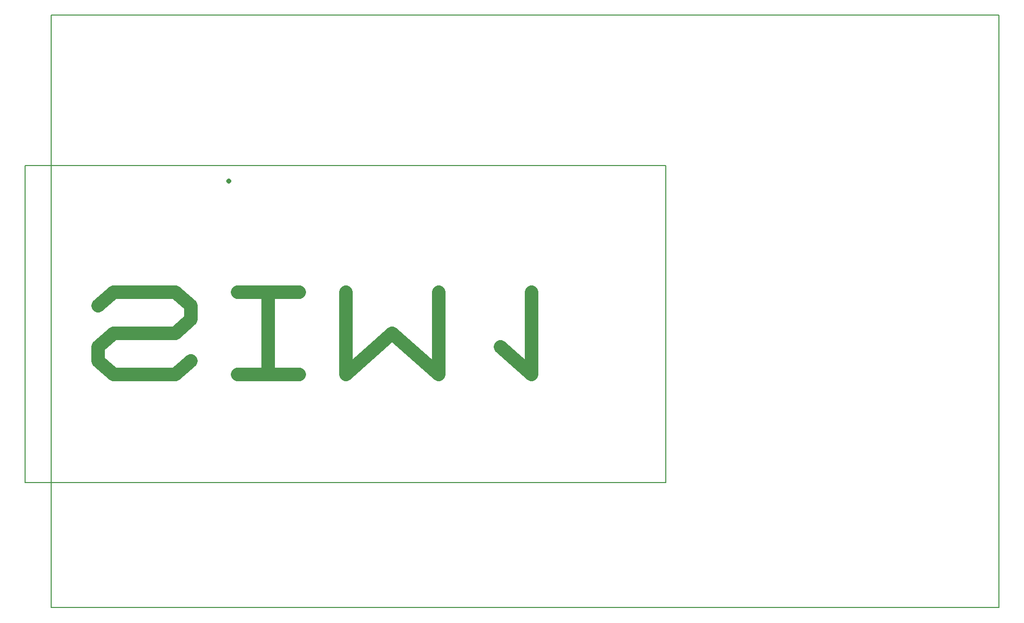
<source format=gbr>
G04 PROTEUS GERBER X2 FILE*
%TF.GenerationSoftware,Labcenter,Proteus,8.13-SP0-Build31525*%
%TF.CreationDate,2024-05-27T20:47:48+00:00*%
%TF.FileFunction,AssemblyDrawing,Bot*%
%TF.FilePolarity,Positive*%
%TF.Part,Single*%
%TF.SameCoordinates,{f61d12dc-bb82-4ee6-a880-d96314c33a89}*%
%FSLAX45Y45*%
%MOMM*%
G01*
%TA.AperFunction,Profile*%
%ADD24C,0.203200*%
%TA.AperFunction,Material*%
%ADD26C,0.203200*%
%ADD40C,0.812800*%
%ADD52C,2.321980*%
%TD.AperFunction*%
D24*
X-8000000Y-5000000D02*
X+8000000Y-5000000D01*
X+8000000Y+5000000D01*
X-8000000Y+5000000D01*
X-8000000Y-5000000D01*
D26*
X-8439160Y-2890160D02*
X+2376160Y-2890160D01*
X+2376160Y+2464160D01*
X-8439160Y+2464160D01*
X-8439160Y-2890160D01*
D40*
X-5000000Y+2200000D02*
X-5000000Y+2200000D01*
D52*
X-7211068Y+98997D02*
X-6949845Y+331195D01*
X-5904953Y+331195D01*
X-5643730Y+98997D01*
X-5643730Y-133202D01*
X-5904953Y-365400D01*
X-6949845Y-365400D01*
X-7211068Y-597598D01*
X-7211068Y-829797D01*
X-6949845Y-1061995D01*
X-5904953Y-1061995D01*
X-5643730Y-829797D01*
X-4860061Y-1061995D02*
X-3815169Y-1061995D01*
X-4337615Y-1061995D02*
X-4337615Y+331195D01*
X-4860061Y+331195D02*
X-3815169Y+331195D01*
X-3031500Y+331195D02*
X-3031500Y-1061995D01*
X-2247831Y-365400D01*
X-1464162Y-1061995D01*
X-1464162Y+331195D01*
X-419270Y-597598D02*
X+103176Y-1061995D01*
X+103176Y+331195D01*
D24*
X-8000000Y-5000000D02*
X+8000000Y-5000000D01*
X+8000000Y+5000000D01*
X-8000000Y+5000000D01*
X-8000000Y-5000000D01*
M02*

</source>
